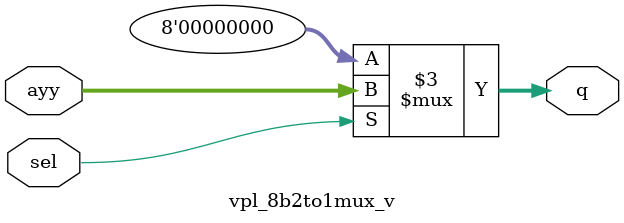
<source format=v>
module vpl_8b2to1mux_v(ayy,sel,q);
	input[7:0] ayy; 
	input sel;
	output reg[7:0] q;
	
	always@(ayy,sel)
	if(sel)
		q = ayy;
	else
		q = 8'b00000000;
		
endmodule

</source>
